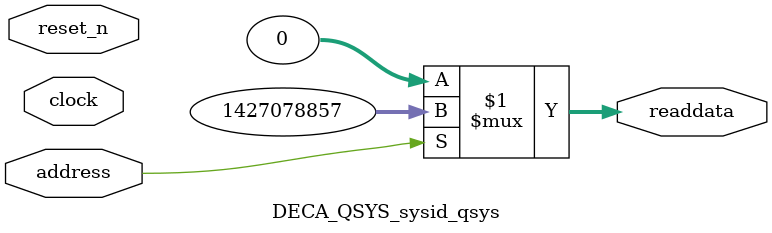
<source format=v>

`timescale 1ns / 1ps
// synthesis translate_on

// turn off superfluous verilog processor warnings 
// altera message_level Level1 
// altera message_off 10034 10035 10036 10037 10230 10240 10030 

module DECA_QSYS_sysid_qsys (
               // inputs:
                address,
                clock,
                reset_n,

               // outputs:
                readdata
             )
;

  output  [ 31: 0] readdata;
  input            address;
  input            clock;
  input            reset_n;

  wire    [ 31: 0] readdata;
  //control_slave, which is an e_avalon_slave
  assign readdata = address ? 1427078857 : 0;

endmodule




</source>
